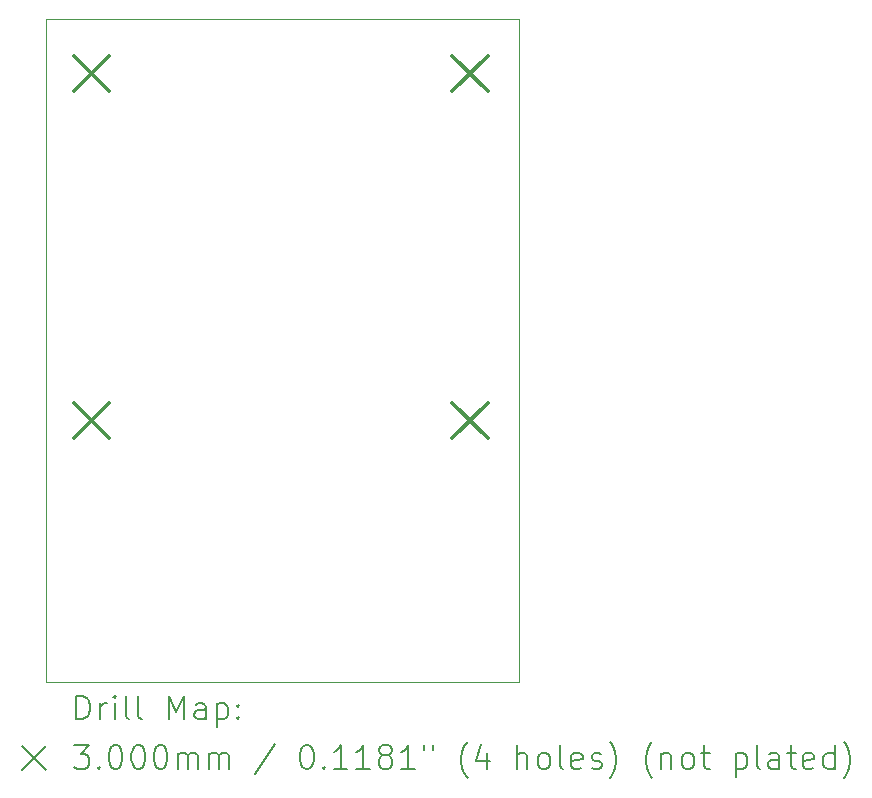
<source format=gbr>
%TF.GenerationSoftware,KiCad,Pcbnew,7.0.9*%
%TF.CreationDate,2024-04-20T19:13:10+02:00*%
%TF.ProjectId,NFC_Programmer,4e46435f-5072-46f6-9772-616d6d65722e,3.0*%
%TF.SameCoordinates,Original*%
%TF.FileFunction,Drillmap*%
%TF.FilePolarity,Positive*%
%FSLAX45Y45*%
G04 Gerber Fmt 4.5, Leading zero omitted, Abs format (unit mm)*
G04 Created by KiCad (PCBNEW 7.0.9) date 2024-04-20 19:13:10*
%MOMM*%
%LPD*%
G01*
G04 APERTURE LIST*
%ADD10C,0.100000*%
%ADD11C,0.200000*%
%ADD12C,0.300000*%
G04 APERTURE END LIST*
D10*
X16025000Y-11016024D02*
X15869000Y-11016024D01*
X12022000Y-11016024D01*
X12022000Y-5406024D01*
X16025000Y-5406024D01*
X16025000Y-11016024D01*
D11*
D12*
X12256000Y-8652000D02*
X12556000Y-8952000D01*
X12556000Y-8652000D02*
X12256000Y-8952000D01*
X12258000Y-5714000D02*
X12558000Y-6014000D01*
X12558000Y-5714000D02*
X12258000Y-6014000D01*
X15461000Y-8652000D02*
X15761000Y-8952000D01*
X15761000Y-8652000D02*
X15461000Y-8952000D01*
X15462000Y-5714000D02*
X15762000Y-6014000D01*
X15762000Y-5714000D02*
X15462000Y-6014000D01*
D11*
X12277777Y-11332507D02*
X12277777Y-11132508D01*
X12277777Y-11132508D02*
X12325396Y-11132508D01*
X12325396Y-11132508D02*
X12353967Y-11142031D01*
X12353967Y-11142031D02*
X12373015Y-11161079D01*
X12373015Y-11161079D02*
X12382539Y-11180127D01*
X12382539Y-11180127D02*
X12392062Y-11218222D01*
X12392062Y-11218222D02*
X12392062Y-11246793D01*
X12392062Y-11246793D02*
X12382539Y-11284888D01*
X12382539Y-11284888D02*
X12373015Y-11303936D01*
X12373015Y-11303936D02*
X12353967Y-11322984D01*
X12353967Y-11322984D02*
X12325396Y-11332507D01*
X12325396Y-11332507D02*
X12277777Y-11332507D01*
X12477777Y-11332507D02*
X12477777Y-11199174D01*
X12477777Y-11237269D02*
X12487301Y-11218222D01*
X12487301Y-11218222D02*
X12496824Y-11208698D01*
X12496824Y-11208698D02*
X12515872Y-11199174D01*
X12515872Y-11199174D02*
X12534920Y-11199174D01*
X12601586Y-11332507D02*
X12601586Y-11199174D01*
X12601586Y-11132508D02*
X12592062Y-11142031D01*
X12592062Y-11142031D02*
X12601586Y-11151555D01*
X12601586Y-11151555D02*
X12611110Y-11142031D01*
X12611110Y-11142031D02*
X12601586Y-11132508D01*
X12601586Y-11132508D02*
X12601586Y-11151555D01*
X12725396Y-11332507D02*
X12706348Y-11322984D01*
X12706348Y-11322984D02*
X12696824Y-11303936D01*
X12696824Y-11303936D02*
X12696824Y-11132508D01*
X12830158Y-11332507D02*
X12811110Y-11322984D01*
X12811110Y-11322984D02*
X12801586Y-11303936D01*
X12801586Y-11303936D02*
X12801586Y-11132508D01*
X13058729Y-11332507D02*
X13058729Y-11132508D01*
X13058729Y-11132508D02*
X13125396Y-11275365D01*
X13125396Y-11275365D02*
X13192062Y-11132508D01*
X13192062Y-11132508D02*
X13192062Y-11332507D01*
X13373015Y-11332507D02*
X13373015Y-11227746D01*
X13373015Y-11227746D02*
X13363491Y-11208698D01*
X13363491Y-11208698D02*
X13344443Y-11199174D01*
X13344443Y-11199174D02*
X13306348Y-11199174D01*
X13306348Y-11199174D02*
X13287301Y-11208698D01*
X13373015Y-11322984D02*
X13353967Y-11332507D01*
X13353967Y-11332507D02*
X13306348Y-11332507D01*
X13306348Y-11332507D02*
X13287301Y-11322984D01*
X13287301Y-11322984D02*
X13277777Y-11303936D01*
X13277777Y-11303936D02*
X13277777Y-11284888D01*
X13277777Y-11284888D02*
X13287301Y-11265841D01*
X13287301Y-11265841D02*
X13306348Y-11256317D01*
X13306348Y-11256317D02*
X13353967Y-11256317D01*
X13353967Y-11256317D02*
X13373015Y-11246793D01*
X13468253Y-11199174D02*
X13468253Y-11399174D01*
X13468253Y-11208698D02*
X13487301Y-11199174D01*
X13487301Y-11199174D02*
X13525396Y-11199174D01*
X13525396Y-11199174D02*
X13544443Y-11208698D01*
X13544443Y-11208698D02*
X13553967Y-11218222D01*
X13553967Y-11218222D02*
X13563491Y-11237269D01*
X13563491Y-11237269D02*
X13563491Y-11294412D01*
X13563491Y-11294412D02*
X13553967Y-11313460D01*
X13553967Y-11313460D02*
X13544443Y-11322984D01*
X13544443Y-11322984D02*
X13525396Y-11332507D01*
X13525396Y-11332507D02*
X13487301Y-11332507D01*
X13487301Y-11332507D02*
X13468253Y-11322984D01*
X13649205Y-11313460D02*
X13658729Y-11322984D01*
X13658729Y-11322984D02*
X13649205Y-11332507D01*
X13649205Y-11332507D02*
X13639682Y-11322984D01*
X13639682Y-11322984D02*
X13649205Y-11313460D01*
X13649205Y-11313460D02*
X13649205Y-11332507D01*
X13649205Y-11208698D02*
X13658729Y-11218222D01*
X13658729Y-11218222D02*
X13649205Y-11227746D01*
X13649205Y-11227746D02*
X13639682Y-11218222D01*
X13639682Y-11218222D02*
X13649205Y-11208698D01*
X13649205Y-11208698D02*
X13649205Y-11227746D01*
X11817000Y-11561024D02*
X12017000Y-11761024D01*
X12017000Y-11561024D02*
X11817000Y-11761024D01*
X12258729Y-11552507D02*
X12382539Y-11552507D01*
X12382539Y-11552507D02*
X12315872Y-11628698D01*
X12315872Y-11628698D02*
X12344443Y-11628698D01*
X12344443Y-11628698D02*
X12363491Y-11638222D01*
X12363491Y-11638222D02*
X12373015Y-11647746D01*
X12373015Y-11647746D02*
X12382539Y-11666793D01*
X12382539Y-11666793D02*
X12382539Y-11714412D01*
X12382539Y-11714412D02*
X12373015Y-11733460D01*
X12373015Y-11733460D02*
X12363491Y-11742984D01*
X12363491Y-11742984D02*
X12344443Y-11752507D01*
X12344443Y-11752507D02*
X12287301Y-11752507D01*
X12287301Y-11752507D02*
X12268253Y-11742984D01*
X12268253Y-11742984D02*
X12258729Y-11733460D01*
X12468253Y-11733460D02*
X12477777Y-11742984D01*
X12477777Y-11742984D02*
X12468253Y-11752507D01*
X12468253Y-11752507D02*
X12458729Y-11742984D01*
X12458729Y-11742984D02*
X12468253Y-11733460D01*
X12468253Y-11733460D02*
X12468253Y-11752507D01*
X12601586Y-11552507D02*
X12620634Y-11552507D01*
X12620634Y-11552507D02*
X12639682Y-11562031D01*
X12639682Y-11562031D02*
X12649205Y-11571555D01*
X12649205Y-11571555D02*
X12658729Y-11590603D01*
X12658729Y-11590603D02*
X12668253Y-11628698D01*
X12668253Y-11628698D02*
X12668253Y-11676317D01*
X12668253Y-11676317D02*
X12658729Y-11714412D01*
X12658729Y-11714412D02*
X12649205Y-11733460D01*
X12649205Y-11733460D02*
X12639682Y-11742984D01*
X12639682Y-11742984D02*
X12620634Y-11752507D01*
X12620634Y-11752507D02*
X12601586Y-11752507D01*
X12601586Y-11752507D02*
X12582539Y-11742984D01*
X12582539Y-11742984D02*
X12573015Y-11733460D01*
X12573015Y-11733460D02*
X12563491Y-11714412D01*
X12563491Y-11714412D02*
X12553967Y-11676317D01*
X12553967Y-11676317D02*
X12553967Y-11628698D01*
X12553967Y-11628698D02*
X12563491Y-11590603D01*
X12563491Y-11590603D02*
X12573015Y-11571555D01*
X12573015Y-11571555D02*
X12582539Y-11562031D01*
X12582539Y-11562031D02*
X12601586Y-11552507D01*
X12792062Y-11552507D02*
X12811110Y-11552507D01*
X12811110Y-11552507D02*
X12830158Y-11562031D01*
X12830158Y-11562031D02*
X12839682Y-11571555D01*
X12839682Y-11571555D02*
X12849205Y-11590603D01*
X12849205Y-11590603D02*
X12858729Y-11628698D01*
X12858729Y-11628698D02*
X12858729Y-11676317D01*
X12858729Y-11676317D02*
X12849205Y-11714412D01*
X12849205Y-11714412D02*
X12839682Y-11733460D01*
X12839682Y-11733460D02*
X12830158Y-11742984D01*
X12830158Y-11742984D02*
X12811110Y-11752507D01*
X12811110Y-11752507D02*
X12792062Y-11752507D01*
X12792062Y-11752507D02*
X12773015Y-11742984D01*
X12773015Y-11742984D02*
X12763491Y-11733460D01*
X12763491Y-11733460D02*
X12753967Y-11714412D01*
X12753967Y-11714412D02*
X12744443Y-11676317D01*
X12744443Y-11676317D02*
X12744443Y-11628698D01*
X12744443Y-11628698D02*
X12753967Y-11590603D01*
X12753967Y-11590603D02*
X12763491Y-11571555D01*
X12763491Y-11571555D02*
X12773015Y-11562031D01*
X12773015Y-11562031D02*
X12792062Y-11552507D01*
X12982539Y-11552507D02*
X13001586Y-11552507D01*
X13001586Y-11552507D02*
X13020634Y-11562031D01*
X13020634Y-11562031D02*
X13030158Y-11571555D01*
X13030158Y-11571555D02*
X13039682Y-11590603D01*
X13039682Y-11590603D02*
X13049205Y-11628698D01*
X13049205Y-11628698D02*
X13049205Y-11676317D01*
X13049205Y-11676317D02*
X13039682Y-11714412D01*
X13039682Y-11714412D02*
X13030158Y-11733460D01*
X13030158Y-11733460D02*
X13020634Y-11742984D01*
X13020634Y-11742984D02*
X13001586Y-11752507D01*
X13001586Y-11752507D02*
X12982539Y-11752507D01*
X12982539Y-11752507D02*
X12963491Y-11742984D01*
X12963491Y-11742984D02*
X12953967Y-11733460D01*
X12953967Y-11733460D02*
X12944443Y-11714412D01*
X12944443Y-11714412D02*
X12934920Y-11676317D01*
X12934920Y-11676317D02*
X12934920Y-11628698D01*
X12934920Y-11628698D02*
X12944443Y-11590603D01*
X12944443Y-11590603D02*
X12953967Y-11571555D01*
X12953967Y-11571555D02*
X12963491Y-11562031D01*
X12963491Y-11562031D02*
X12982539Y-11552507D01*
X13134920Y-11752507D02*
X13134920Y-11619174D01*
X13134920Y-11638222D02*
X13144443Y-11628698D01*
X13144443Y-11628698D02*
X13163491Y-11619174D01*
X13163491Y-11619174D02*
X13192063Y-11619174D01*
X13192063Y-11619174D02*
X13211110Y-11628698D01*
X13211110Y-11628698D02*
X13220634Y-11647746D01*
X13220634Y-11647746D02*
X13220634Y-11752507D01*
X13220634Y-11647746D02*
X13230158Y-11628698D01*
X13230158Y-11628698D02*
X13249205Y-11619174D01*
X13249205Y-11619174D02*
X13277777Y-11619174D01*
X13277777Y-11619174D02*
X13296824Y-11628698D01*
X13296824Y-11628698D02*
X13306348Y-11647746D01*
X13306348Y-11647746D02*
X13306348Y-11752507D01*
X13401586Y-11752507D02*
X13401586Y-11619174D01*
X13401586Y-11638222D02*
X13411110Y-11628698D01*
X13411110Y-11628698D02*
X13430158Y-11619174D01*
X13430158Y-11619174D02*
X13458729Y-11619174D01*
X13458729Y-11619174D02*
X13477777Y-11628698D01*
X13477777Y-11628698D02*
X13487301Y-11647746D01*
X13487301Y-11647746D02*
X13487301Y-11752507D01*
X13487301Y-11647746D02*
X13496824Y-11628698D01*
X13496824Y-11628698D02*
X13515872Y-11619174D01*
X13515872Y-11619174D02*
X13544443Y-11619174D01*
X13544443Y-11619174D02*
X13563491Y-11628698D01*
X13563491Y-11628698D02*
X13573015Y-11647746D01*
X13573015Y-11647746D02*
X13573015Y-11752507D01*
X13963491Y-11542984D02*
X13792063Y-11800126D01*
X14220634Y-11552507D02*
X14239682Y-11552507D01*
X14239682Y-11552507D02*
X14258729Y-11562031D01*
X14258729Y-11562031D02*
X14268253Y-11571555D01*
X14268253Y-11571555D02*
X14277777Y-11590603D01*
X14277777Y-11590603D02*
X14287301Y-11628698D01*
X14287301Y-11628698D02*
X14287301Y-11676317D01*
X14287301Y-11676317D02*
X14277777Y-11714412D01*
X14277777Y-11714412D02*
X14268253Y-11733460D01*
X14268253Y-11733460D02*
X14258729Y-11742984D01*
X14258729Y-11742984D02*
X14239682Y-11752507D01*
X14239682Y-11752507D02*
X14220634Y-11752507D01*
X14220634Y-11752507D02*
X14201586Y-11742984D01*
X14201586Y-11742984D02*
X14192063Y-11733460D01*
X14192063Y-11733460D02*
X14182539Y-11714412D01*
X14182539Y-11714412D02*
X14173015Y-11676317D01*
X14173015Y-11676317D02*
X14173015Y-11628698D01*
X14173015Y-11628698D02*
X14182539Y-11590603D01*
X14182539Y-11590603D02*
X14192063Y-11571555D01*
X14192063Y-11571555D02*
X14201586Y-11562031D01*
X14201586Y-11562031D02*
X14220634Y-11552507D01*
X14373015Y-11733460D02*
X14382539Y-11742984D01*
X14382539Y-11742984D02*
X14373015Y-11752507D01*
X14373015Y-11752507D02*
X14363491Y-11742984D01*
X14363491Y-11742984D02*
X14373015Y-11733460D01*
X14373015Y-11733460D02*
X14373015Y-11752507D01*
X14573015Y-11752507D02*
X14458729Y-11752507D01*
X14515872Y-11752507D02*
X14515872Y-11552507D01*
X14515872Y-11552507D02*
X14496825Y-11581079D01*
X14496825Y-11581079D02*
X14477777Y-11600126D01*
X14477777Y-11600126D02*
X14458729Y-11609650D01*
X14763491Y-11752507D02*
X14649206Y-11752507D01*
X14706348Y-11752507D02*
X14706348Y-11552507D01*
X14706348Y-11552507D02*
X14687301Y-11581079D01*
X14687301Y-11581079D02*
X14668253Y-11600126D01*
X14668253Y-11600126D02*
X14649206Y-11609650D01*
X14877777Y-11638222D02*
X14858729Y-11628698D01*
X14858729Y-11628698D02*
X14849206Y-11619174D01*
X14849206Y-11619174D02*
X14839682Y-11600126D01*
X14839682Y-11600126D02*
X14839682Y-11590603D01*
X14839682Y-11590603D02*
X14849206Y-11571555D01*
X14849206Y-11571555D02*
X14858729Y-11562031D01*
X14858729Y-11562031D02*
X14877777Y-11552507D01*
X14877777Y-11552507D02*
X14915872Y-11552507D01*
X14915872Y-11552507D02*
X14934920Y-11562031D01*
X14934920Y-11562031D02*
X14944444Y-11571555D01*
X14944444Y-11571555D02*
X14953967Y-11590603D01*
X14953967Y-11590603D02*
X14953967Y-11600126D01*
X14953967Y-11600126D02*
X14944444Y-11619174D01*
X14944444Y-11619174D02*
X14934920Y-11628698D01*
X14934920Y-11628698D02*
X14915872Y-11638222D01*
X14915872Y-11638222D02*
X14877777Y-11638222D01*
X14877777Y-11638222D02*
X14858729Y-11647746D01*
X14858729Y-11647746D02*
X14849206Y-11657269D01*
X14849206Y-11657269D02*
X14839682Y-11676317D01*
X14839682Y-11676317D02*
X14839682Y-11714412D01*
X14839682Y-11714412D02*
X14849206Y-11733460D01*
X14849206Y-11733460D02*
X14858729Y-11742984D01*
X14858729Y-11742984D02*
X14877777Y-11752507D01*
X14877777Y-11752507D02*
X14915872Y-11752507D01*
X14915872Y-11752507D02*
X14934920Y-11742984D01*
X14934920Y-11742984D02*
X14944444Y-11733460D01*
X14944444Y-11733460D02*
X14953967Y-11714412D01*
X14953967Y-11714412D02*
X14953967Y-11676317D01*
X14953967Y-11676317D02*
X14944444Y-11657269D01*
X14944444Y-11657269D02*
X14934920Y-11647746D01*
X14934920Y-11647746D02*
X14915872Y-11638222D01*
X15144444Y-11752507D02*
X15030158Y-11752507D01*
X15087301Y-11752507D02*
X15087301Y-11552507D01*
X15087301Y-11552507D02*
X15068253Y-11581079D01*
X15068253Y-11581079D02*
X15049206Y-11600126D01*
X15049206Y-11600126D02*
X15030158Y-11609650D01*
X15220634Y-11552507D02*
X15220634Y-11590603D01*
X15296825Y-11552507D02*
X15296825Y-11590603D01*
X15592063Y-11828698D02*
X15582539Y-11819174D01*
X15582539Y-11819174D02*
X15563491Y-11790603D01*
X15563491Y-11790603D02*
X15553968Y-11771555D01*
X15553968Y-11771555D02*
X15544444Y-11742984D01*
X15544444Y-11742984D02*
X15534920Y-11695365D01*
X15534920Y-11695365D02*
X15534920Y-11657269D01*
X15534920Y-11657269D02*
X15544444Y-11609650D01*
X15544444Y-11609650D02*
X15553968Y-11581079D01*
X15553968Y-11581079D02*
X15563491Y-11562031D01*
X15563491Y-11562031D02*
X15582539Y-11533460D01*
X15582539Y-11533460D02*
X15592063Y-11523936D01*
X15753968Y-11619174D02*
X15753968Y-11752507D01*
X15706348Y-11542984D02*
X15658729Y-11685841D01*
X15658729Y-11685841D02*
X15782539Y-11685841D01*
X16011110Y-11752507D02*
X16011110Y-11552507D01*
X16096825Y-11752507D02*
X16096825Y-11647746D01*
X16096825Y-11647746D02*
X16087301Y-11628698D01*
X16087301Y-11628698D02*
X16068253Y-11619174D01*
X16068253Y-11619174D02*
X16039682Y-11619174D01*
X16039682Y-11619174D02*
X16020634Y-11628698D01*
X16020634Y-11628698D02*
X16011110Y-11638222D01*
X16220634Y-11752507D02*
X16201587Y-11742984D01*
X16201587Y-11742984D02*
X16192063Y-11733460D01*
X16192063Y-11733460D02*
X16182539Y-11714412D01*
X16182539Y-11714412D02*
X16182539Y-11657269D01*
X16182539Y-11657269D02*
X16192063Y-11638222D01*
X16192063Y-11638222D02*
X16201587Y-11628698D01*
X16201587Y-11628698D02*
X16220634Y-11619174D01*
X16220634Y-11619174D02*
X16249206Y-11619174D01*
X16249206Y-11619174D02*
X16268253Y-11628698D01*
X16268253Y-11628698D02*
X16277777Y-11638222D01*
X16277777Y-11638222D02*
X16287301Y-11657269D01*
X16287301Y-11657269D02*
X16287301Y-11714412D01*
X16287301Y-11714412D02*
X16277777Y-11733460D01*
X16277777Y-11733460D02*
X16268253Y-11742984D01*
X16268253Y-11742984D02*
X16249206Y-11752507D01*
X16249206Y-11752507D02*
X16220634Y-11752507D01*
X16401587Y-11752507D02*
X16382539Y-11742984D01*
X16382539Y-11742984D02*
X16373015Y-11723936D01*
X16373015Y-11723936D02*
X16373015Y-11552507D01*
X16553968Y-11742984D02*
X16534920Y-11752507D01*
X16534920Y-11752507D02*
X16496825Y-11752507D01*
X16496825Y-11752507D02*
X16477777Y-11742984D01*
X16477777Y-11742984D02*
X16468253Y-11723936D01*
X16468253Y-11723936D02*
X16468253Y-11647746D01*
X16468253Y-11647746D02*
X16477777Y-11628698D01*
X16477777Y-11628698D02*
X16496825Y-11619174D01*
X16496825Y-11619174D02*
X16534920Y-11619174D01*
X16534920Y-11619174D02*
X16553968Y-11628698D01*
X16553968Y-11628698D02*
X16563491Y-11647746D01*
X16563491Y-11647746D02*
X16563491Y-11666793D01*
X16563491Y-11666793D02*
X16468253Y-11685841D01*
X16639682Y-11742984D02*
X16658730Y-11752507D01*
X16658730Y-11752507D02*
X16696825Y-11752507D01*
X16696825Y-11752507D02*
X16715872Y-11742984D01*
X16715872Y-11742984D02*
X16725396Y-11723936D01*
X16725396Y-11723936D02*
X16725396Y-11714412D01*
X16725396Y-11714412D02*
X16715872Y-11695365D01*
X16715872Y-11695365D02*
X16696825Y-11685841D01*
X16696825Y-11685841D02*
X16668253Y-11685841D01*
X16668253Y-11685841D02*
X16649206Y-11676317D01*
X16649206Y-11676317D02*
X16639682Y-11657269D01*
X16639682Y-11657269D02*
X16639682Y-11647746D01*
X16639682Y-11647746D02*
X16649206Y-11628698D01*
X16649206Y-11628698D02*
X16668253Y-11619174D01*
X16668253Y-11619174D02*
X16696825Y-11619174D01*
X16696825Y-11619174D02*
X16715872Y-11628698D01*
X16792063Y-11828698D02*
X16801587Y-11819174D01*
X16801587Y-11819174D02*
X16820634Y-11790603D01*
X16820634Y-11790603D02*
X16830158Y-11771555D01*
X16830158Y-11771555D02*
X16839682Y-11742984D01*
X16839682Y-11742984D02*
X16849206Y-11695365D01*
X16849206Y-11695365D02*
X16849206Y-11657269D01*
X16849206Y-11657269D02*
X16839682Y-11609650D01*
X16839682Y-11609650D02*
X16830158Y-11581079D01*
X16830158Y-11581079D02*
X16820634Y-11562031D01*
X16820634Y-11562031D02*
X16801587Y-11533460D01*
X16801587Y-11533460D02*
X16792063Y-11523936D01*
X17153968Y-11828698D02*
X17144444Y-11819174D01*
X17144444Y-11819174D02*
X17125396Y-11790603D01*
X17125396Y-11790603D02*
X17115873Y-11771555D01*
X17115873Y-11771555D02*
X17106349Y-11742984D01*
X17106349Y-11742984D02*
X17096825Y-11695365D01*
X17096825Y-11695365D02*
X17096825Y-11657269D01*
X17096825Y-11657269D02*
X17106349Y-11609650D01*
X17106349Y-11609650D02*
X17115873Y-11581079D01*
X17115873Y-11581079D02*
X17125396Y-11562031D01*
X17125396Y-11562031D02*
X17144444Y-11533460D01*
X17144444Y-11533460D02*
X17153968Y-11523936D01*
X17230158Y-11619174D02*
X17230158Y-11752507D01*
X17230158Y-11638222D02*
X17239682Y-11628698D01*
X17239682Y-11628698D02*
X17258730Y-11619174D01*
X17258730Y-11619174D02*
X17287301Y-11619174D01*
X17287301Y-11619174D02*
X17306349Y-11628698D01*
X17306349Y-11628698D02*
X17315873Y-11647746D01*
X17315873Y-11647746D02*
X17315873Y-11752507D01*
X17439682Y-11752507D02*
X17420634Y-11742984D01*
X17420634Y-11742984D02*
X17411111Y-11733460D01*
X17411111Y-11733460D02*
X17401587Y-11714412D01*
X17401587Y-11714412D02*
X17401587Y-11657269D01*
X17401587Y-11657269D02*
X17411111Y-11638222D01*
X17411111Y-11638222D02*
X17420634Y-11628698D01*
X17420634Y-11628698D02*
X17439682Y-11619174D01*
X17439682Y-11619174D02*
X17468254Y-11619174D01*
X17468254Y-11619174D02*
X17487301Y-11628698D01*
X17487301Y-11628698D02*
X17496825Y-11638222D01*
X17496825Y-11638222D02*
X17506349Y-11657269D01*
X17506349Y-11657269D02*
X17506349Y-11714412D01*
X17506349Y-11714412D02*
X17496825Y-11733460D01*
X17496825Y-11733460D02*
X17487301Y-11742984D01*
X17487301Y-11742984D02*
X17468254Y-11752507D01*
X17468254Y-11752507D02*
X17439682Y-11752507D01*
X17563492Y-11619174D02*
X17639682Y-11619174D01*
X17592063Y-11552507D02*
X17592063Y-11723936D01*
X17592063Y-11723936D02*
X17601587Y-11742984D01*
X17601587Y-11742984D02*
X17620634Y-11752507D01*
X17620634Y-11752507D02*
X17639682Y-11752507D01*
X17858730Y-11619174D02*
X17858730Y-11819174D01*
X17858730Y-11628698D02*
X17877777Y-11619174D01*
X17877777Y-11619174D02*
X17915873Y-11619174D01*
X17915873Y-11619174D02*
X17934920Y-11628698D01*
X17934920Y-11628698D02*
X17944444Y-11638222D01*
X17944444Y-11638222D02*
X17953968Y-11657269D01*
X17953968Y-11657269D02*
X17953968Y-11714412D01*
X17953968Y-11714412D02*
X17944444Y-11733460D01*
X17944444Y-11733460D02*
X17934920Y-11742984D01*
X17934920Y-11742984D02*
X17915873Y-11752507D01*
X17915873Y-11752507D02*
X17877777Y-11752507D01*
X17877777Y-11752507D02*
X17858730Y-11742984D01*
X18068254Y-11752507D02*
X18049206Y-11742984D01*
X18049206Y-11742984D02*
X18039682Y-11723936D01*
X18039682Y-11723936D02*
X18039682Y-11552507D01*
X18230158Y-11752507D02*
X18230158Y-11647746D01*
X18230158Y-11647746D02*
X18220635Y-11628698D01*
X18220635Y-11628698D02*
X18201587Y-11619174D01*
X18201587Y-11619174D02*
X18163492Y-11619174D01*
X18163492Y-11619174D02*
X18144444Y-11628698D01*
X18230158Y-11742984D02*
X18211111Y-11752507D01*
X18211111Y-11752507D02*
X18163492Y-11752507D01*
X18163492Y-11752507D02*
X18144444Y-11742984D01*
X18144444Y-11742984D02*
X18134920Y-11723936D01*
X18134920Y-11723936D02*
X18134920Y-11704888D01*
X18134920Y-11704888D02*
X18144444Y-11685841D01*
X18144444Y-11685841D02*
X18163492Y-11676317D01*
X18163492Y-11676317D02*
X18211111Y-11676317D01*
X18211111Y-11676317D02*
X18230158Y-11666793D01*
X18296825Y-11619174D02*
X18373015Y-11619174D01*
X18325396Y-11552507D02*
X18325396Y-11723936D01*
X18325396Y-11723936D02*
X18334920Y-11742984D01*
X18334920Y-11742984D02*
X18353968Y-11752507D01*
X18353968Y-11752507D02*
X18373015Y-11752507D01*
X18515873Y-11742984D02*
X18496825Y-11752507D01*
X18496825Y-11752507D02*
X18458730Y-11752507D01*
X18458730Y-11752507D02*
X18439682Y-11742984D01*
X18439682Y-11742984D02*
X18430158Y-11723936D01*
X18430158Y-11723936D02*
X18430158Y-11647746D01*
X18430158Y-11647746D02*
X18439682Y-11628698D01*
X18439682Y-11628698D02*
X18458730Y-11619174D01*
X18458730Y-11619174D02*
X18496825Y-11619174D01*
X18496825Y-11619174D02*
X18515873Y-11628698D01*
X18515873Y-11628698D02*
X18525396Y-11647746D01*
X18525396Y-11647746D02*
X18525396Y-11666793D01*
X18525396Y-11666793D02*
X18430158Y-11685841D01*
X18696825Y-11752507D02*
X18696825Y-11552507D01*
X18696825Y-11742984D02*
X18677777Y-11752507D01*
X18677777Y-11752507D02*
X18639682Y-11752507D01*
X18639682Y-11752507D02*
X18620635Y-11742984D01*
X18620635Y-11742984D02*
X18611111Y-11733460D01*
X18611111Y-11733460D02*
X18601587Y-11714412D01*
X18601587Y-11714412D02*
X18601587Y-11657269D01*
X18601587Y-11657269D02*
X18611111Y-11638222D01*
X18611111Y-11638222D02*
X18620635Y-11628698D01*
X18620635Y-11628698D02*
X18639682Y-11619174D01*
X18639682Y-11619174D02*
X18677777Y-11619174D01*
X18677777Y-11619174D02*
X18696825Y-11628698D01*
X18773016Y-11828698D02*
X18782539Y-11819174D01*
X18782539Y-11819174D02*
X18801587Y-11790603D01*
X18801587Y-11790603D02*
X18811111Y-11771555D01*
X18811111Y-11771555D02*
X18820635Y-11742984D01*
X18820635Y-11742984D02*
X18830158Y-11695365D01*
X18830158Y-11695365D02*
X18830158Y-11657269D01*
X18830158Y-11657269D02*
X18820635Y-11609650D01*
X18820635Y-11609650D02*
X18811111Y-11581079D01*
X18811111Y-11581079D02*
X18801587Y-11562031D01*
X18801587Y-11562031D02*
X18782539Y-11533460D01*
X18782539Y-11533460D02*
X18773016Y-11523936D01*
M02*

</source>
